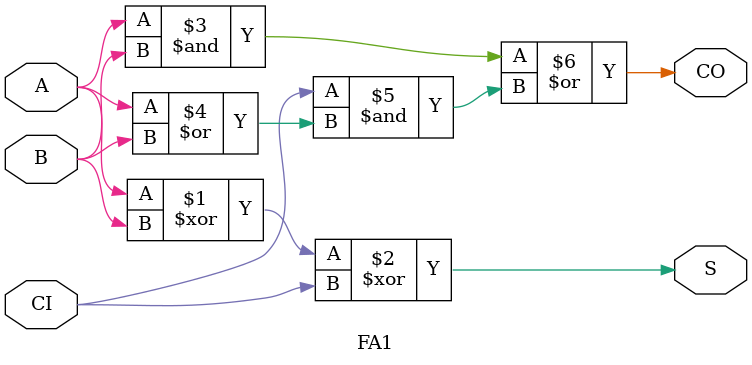
<source format=v>
module FA1(A,B,CI,S,CO);

input A,B,CI;
output CO,S;

assign S = (A^B)^CI;
assign CO = (A&B)|(CI&(A|B));

endmodule

</source>
